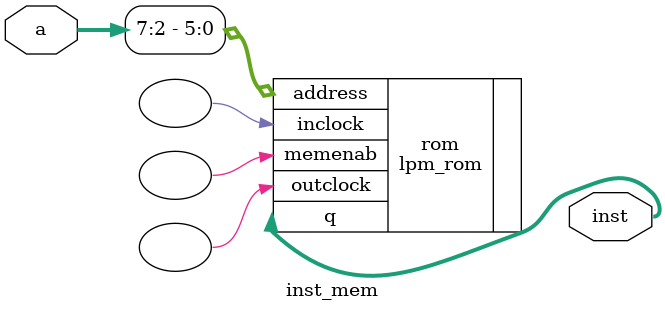
<source format=v>
/************************************************
  The Verilog HDL code example is from the book
  Computer Principles and Design in Verilog HDL
  by Yamin Li, published by A JOHN WILEY & SONS
************************************************/
module inst_mem (a,inst);
    input  [31:0] a;
    output [31:0] inst;
    lpm_rom rom (.address(a[7:2]),.q(inst),
                 .inclock(),.outclock(),.memenab());
    defparam rom.lpm_width           = 32,
             rom.lpm_widthad         =  6,
             rom.lpm_file            = "inst_mem.hex",
             rom.lpm_outdata         = "UNREGISTERED",
             rom.lpm_address_control = "UNREGISTERED";
endmodule

</source>
